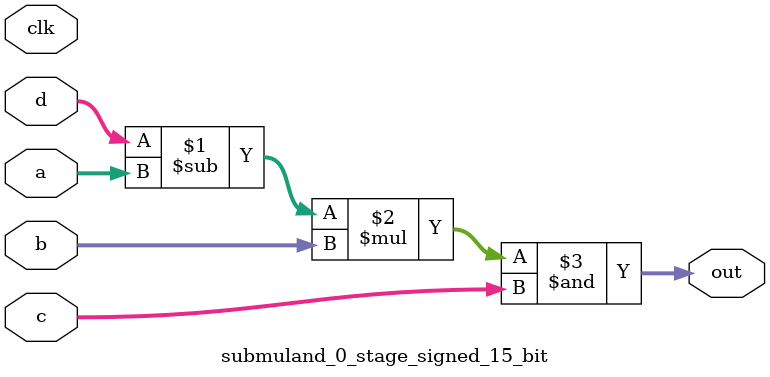
<source format=sv>
(* use_dsp = "yes" *) module submuland_0_stage_signed_15_bit(
	input signed [14:0] a,
	input signed [14:0] b,
	input signed [14:0] c,
	input signed [14:0] d,
	output [14:0] out,
	input clk);

	assign out = ((d - a) * b) & c;
endmodule

</source>
